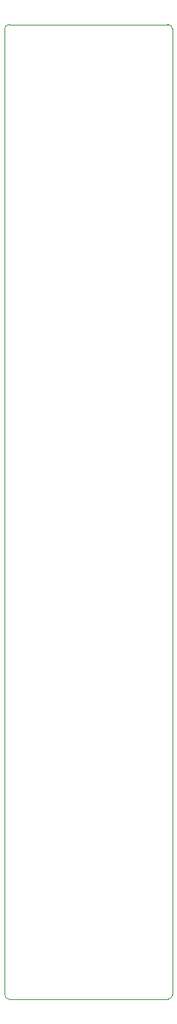
<source format=gbr>
%TF.GenerationSoftware,KiCad,Pcbnew,(6.0.9)*%
%TF.CreationDate,2023-01-29T17:11:57+01:00*%
%TF.ProjectId,witns_mxr,7769746e-735f-46d7-9872-2e6b69636164,rev?*%
%TF.SameCoordinates,Original*%
%TF.FileFunction,Profile,NP*%
%FSLAX46Y46*%
G04 Gerber Fmt 4.6, Leading zero omitted, Abs format (unit mm)*
G04 Created by KiCad (PCBNEW (6.0.9)) date 2023-01-29 17:11:57*
%MOMM*%
%LPD*%
G01*
G04 APERTURE LIST*
%TA.AperFunction,Profile*%
%ADD10C,0.100000*%
%TD*%
%TA.AperFunction,Profile*%
%ADD11C,0.120000*%
%TD*%
G04 APERTURE END LIST*
D10*
%TO.C,PCB1*%
X41000000Y-155000000D02*
X59000000Y-155000000D01*
D11*
X59500000Y-45500000D02*
X59500000Y-154500000D01*
X40500000Y-154500000D02*
X40500000Y-45500000D01*
D10*
X41000000Y-45000000D02*
X59000000Y-45000000D01*
D11*
X59000000Y-155000000D02*
G75*
G03*
X59500000Y-154500000I0J500000D01*
G01*
X59500000Y-45500000D02*
G75*
G03*
X59000000Y-45000000I-500000J0D01*
G01*
X40500000Y-154500000D02*
G75*
G03*
X41000000Y-155000000I500001J1D01*
G01*
X41000000Y-45000000D02*
G75*
G03*
X40500000Y-45500000I1J-500001D01*
G01*
%TD*%
M02*

</source>
